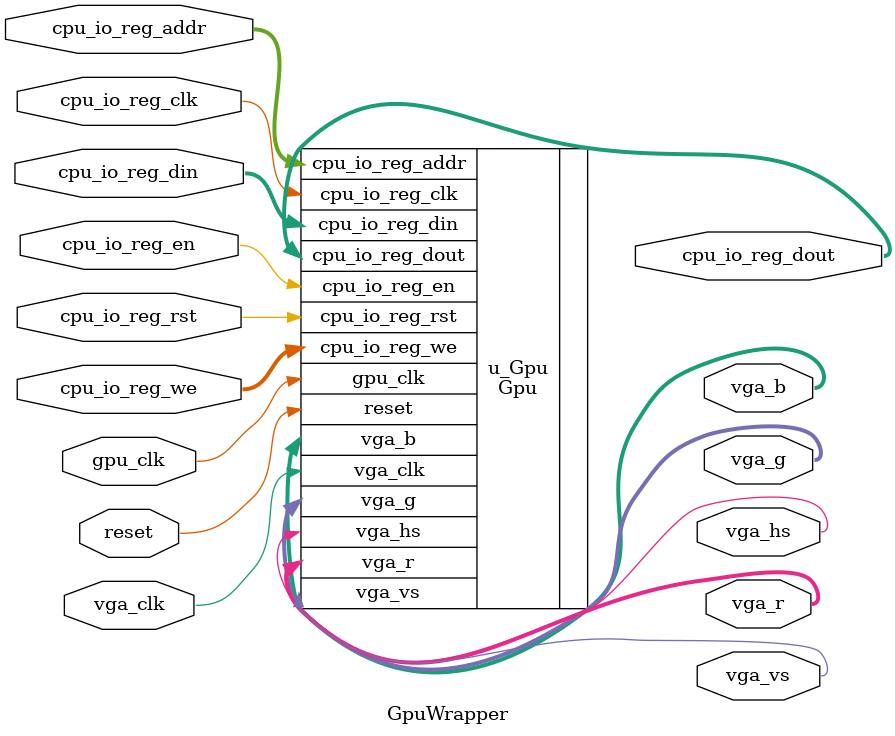
<source format=v>
module GpuWrapper #(
    parameter GPU_FIRMWARE_FILE = "build/gpu_firmware.mem",
    parameter COMMAND_COUNT = 4,
    parameter BYTES_PER_COMMAND = 12,

    parameter RED_BITS = 4,
    parameter GREEN_BITS = 4,
    parameter BLUE_BITS = 4
) (
    input wire gpu_clk,
    input wire vga_clk,
    input wire reset,

    // I/O register interface
    input wire [$clog2(4+4+4+(BYTES_PER_COMMAND*COMMAND_COUNT))-1:0] cpu_io_reg_addr,
    input wire cpu_io_reg_clk,
    input  wire [31:0] cpu_io_reg_din,
    output wire [31:0] cpu_io_reg_dout,
    input wire cpu_io_reg_en,
    input wire cpu_io_reg_rst,
    input wire [3:0] cpu_io_reg_we,

    // Video out interface
    output wire vga_hs,
    output wire vga_vs,
    output wire [RED_BITS-1:0] vga_r,
    output wire [GREEN_BITS-1:0] vga_g,
    output wire [BLUE_BITS-1:0] vga_b
);

    Gpu #(
        .GPU_FIRMWARE_FILE    (GPU_FIRMWARE_FILE),
        // .MAIN_MEMORY_BYTES    (2048),
        .COMMAND_COUNT        (COMMAND_COUNT),
        .BYTES_PER_COMMAND    (BYTES_PER_COMMAND),
        // .IO_REG_BYTES         ((4+4+4+BYTES_PER_COMMAND*COMMAND_COUNT)),
        // .PIXEL_BITS           (8),
        // .PALETTE_LENGTH       ((1<<PIXEL_BITS)),
        .RED_BITS             (RED_BITS),
        .GREEN_BITS           (GREEN_BITS),
        .BLUE_BITS            (BLUE_BITS)
        // .ALPHA_BITS           (4),
        // .COLOR_BITS           (RED_BITS+GREEN_BITS+BLUE_BITS+ALPHA_BITS),
        // .BYTES_PER_COLOR      ((COLOR_BITS-1)/8+1),
        // .PALETTE_BYTES        (PALETTE_LENGTH*BYTES_PER_COLOR),
        // .VGA_RES_X            (800),
        // .VGA_RES_Y            (600),
        // .DOWNSCALE            (2),
        // .TILE_WIDTH           (2),
        // .TILE_HEIGHT          (2),
        // .FB_RES_X             (VGA_RES_X/DOWNSCALE),
        // .FB_RES_Y             (VGA_RES_Y/DOWNSCALE),
        // .BYTES_PER_PIXEL      ((PIXEL_BITS-1)/8+1),
        // .PXLS_PER_FRAME       (FB_RES_X*FB_RES_Y),
        // .FB_BYTES             (PXLS_PER_FRAME*BYTES_PER_PIXEL),
        // .CORE_COUNT           (TILE_WIDTH*TILE_HEIGHT),
        // // latency between video controller requesting pixel to palette outputting pixel
        // .SYNC_LATENCY         (3)
    ) u_Gpu (
        .gpu_clk              (gpu_clk),
        .vga_clk              (vga_clk),
        .reset                (reset),
        // I/O register interface
        .cpu_io_reg_addr      (cpu_io_reg_addr),
        .cpu_io_reg_clk       (cpu_io_reg_clk),
        .cpu_io_reg_din       (cpu_io_reg_din),
        .cpu_io_reg_dout      (cpu_io_reg_dout),
        .cpu_io_reg_en        (cpu_io_reg_en),
        .cpu_io_reg_rst       (cpu_io_reg_rst),
        .cpu_io_reg_we        (cpu_io_reg_we),
        // Video out interface
        .vga_hs               (vga_hs),
        .vga_vs               (vga_vs),
        .vga_r                (vga_r),
        .vga_g                (vga_g),
        .vga_b                (vga_b)
    );

endmodule

</source>
